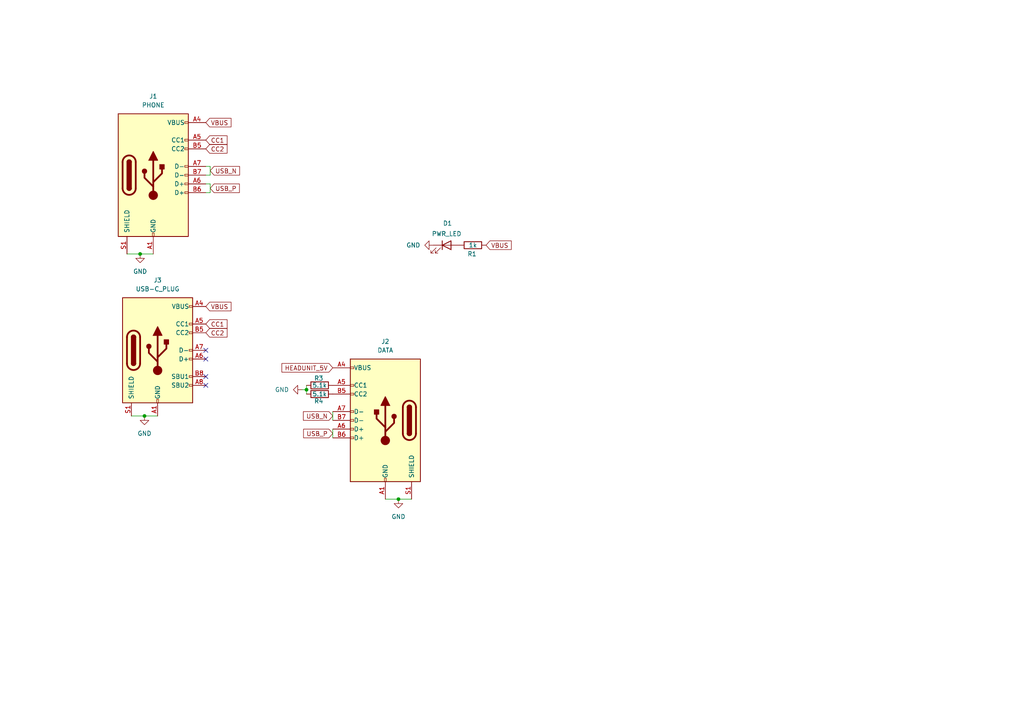
<source format=kicad_sch>
(kicad_sch (version 20231120) (generator "eeschema") (generator_version "8.0")
  (paper "A4")
  (lib_symbols
    (symbol "1_My_Symbols:USB_C_Debug_Plug" (pin_names (offset 1.016))
      (property "Reference" "P" (at -10.16 19.05 0))
      (property "Value" "USB_C_Debug_Plug" (at 12.7 19.05 0))
      (symbol "USB_C_Debug_Plug_0_0"
        (rectangle (start -0.254 -15.24) (end 0.254 -14.224))
        (rectangle (start 10.16 -9.906) (end 9.144 -10.414))
        (rectangle (start 10.16 -7.366) (end 9.144 -7.874))
        (rectangle (start 10.16 -2.286) (end 9.144 -2.794))
        (rectangle (start 10.16 0.254) (end 9.144 -0.254))
        (rectangle (start 10.16 5.334) (end 9.144 4.826))
        (rectangle (start 10.16 7.874) (end 9.144 7.366))
        (rectangle (start 10.16 12.954) (end 9.144 12.446))
        (pin bidirectional line (at 13.97 -10.16 180) (length 3.81) (name "SBU2") (number "A8"))
        (pin bidirectional line (at 13.97 -7.62 180) (length 3.81) (name "SBU1") (number "B8"))
      )
      (symbol "USB_C_Debug_Plug_0_1"
        (rectangle (start -10.16 15.24) (end 10.16 -15.24) (stroke (width 0.254)) (fill (type background)))
        (arc (start -8.89 -3.81) (mid -6.985 -5.7067) (end -5.08 -3.81) (stroke (width 0.508)))
        (arc (start -7.62 -3.81) (mid -6.985 -4.4423) (end -6.35 -3.81) (stroke (width 0.254)))
        (arc (start -7.62 -3.81) (mid -6.985 -4.4423) (end -6.35 -3.81) (stroke (width 0.254)) (fill (type outline)))
        (rectangle (start -7.62 -3.81) (end -6.35 3.81) (stroke (width 0.254)) (fill (type outline)))
        (arc (start -6.35 3.81) (mid -6.985 4.4423) (end -7.62 3.81) (stroke (width 0.254)))
        (arc (start -6.35 3.81) (mid -6.985 4.4423) (end -7.62 3.81) (stroke (width 0.254)) (fill (type outline)))
        (arc (start -5.08 3.81) (mid -6.985 5.7067) (end -8.89 3.81) (stroke (width 0.508)))
        (circle (center -2.54 1.143) (radius 0.635) (stroke (width 0.254)) (fill (type outline)))
        (circle (center 0 -5.842) (radius 1.27) (fill (type outline)))
        (polyline (pts (xy -8.89 -3.81) (xy -8.89 3.81)) (stroke (width 0.508)))
        (polyline (pts (xy -5.08 3.81) (xy -5.08 -3.81)) (stroke (width 0.508)))
        (polyline (pts (xy 0 -5.842) (xy 0 4.318)) (stroke (width 0.508)))
        (polyline (pts (xy 0 -3.302) (xy -2.54 -0.762) (xy -2.54 0.508)) (stroke (width 0.508)))
        (polyline (pts (xy 0 -2.032) (xy 2.54 0.508) (xy 2.54 1.778)) (stroke (width 0.508)))
        (polyline (pts (xy -1.27 4.318) (xy 0 6.858) (xy 1.27 4.318) (xy -1.27 4.318)) (stroke (width 0.254)) (fill (type outline)))
        (rectangle (start 1.905 1.778) (end 3.175 3.048) (stroke (width 0.254)) (fill (type outline)))
      )
      (symbol "USB_C_Debug_Plug_1_1"
        (pin passive line (at 0 -19.05 90) (length 3.81) (name "GND") (number "A1"))
        (pin passive line (at 0 -19.05 90) (length 3.81) hide (name "GND") (number "A12"))
        (pin passive line (at 13.97 12.7 180) (length 3.81) (name "VBUS") (number "A4"))
        (pin bidirectional line (at 13.97 7.62 180) (length 3.81) (name "CC1") (number "A5"))
        (pin bidirectional line (at 13.97 -2.54 180) (length 3.81) (name "D+") (number "A6"))
        (pin bidirectional line (at 13.97 0 180) (length 3.81) (name "D-") (number "A7"))
        (pin passive line (at 13.97 12.7 180) (length 3.81) hide (name "VBUS") (number "A9"))
        (pin passive line (at 0 -19.05 90) (length 3.81) hide (name "GND") (number "B1"))
        (pin passive line (at 0 -19.05 90) (length 3.81) hide (name "GND") (number "B12"))
        (pin passive line (at 13.97 12.7 180) (length 3.81) hide (name "VBUS") (number "B4"))
        (pin bidirectional line (at 13.97 5.08 180) (length 3.81) (name "CC2") (number "B5"))
        (pin passive line (at 13.97 12.7 180) (length 3.81) hide (name "VBUS") (number "B9"))
        (pin passive line (at -7.62 -19.05 90) (length 3.81) (name "SHIELD") (number "S1"))
      )
    )
    (symbol "Connector:USB_C_Receptacle_USB2.0_14P" (pin_names (offset 1.016))
      (property "Reference" "J" (at 0 22.225 0))
      (property "Value" "USB_C_Receptacle_USB2.0_14P" (at 0 19.685 0))
      (symbol "USB_C_Receptacle_USB2.0_14P_0_0"
        (rectangle (start -0.254 -17.78) (end 0.254 -16.764))
        (rectangle (start 10.16 -4.826) (end 9.144 -5.334))
        (rectangle (start 10.16 -2.286) (end 9.144 -2.794))
        (rectangle (start 10.16 0.254) (end 9.144 -0.254))
        (rectangle (start 10.16 2.794) (end 9.144 2.286))
        (rectangle (start 10.16 7.874) (end 9.144 7.366))
        (rectangle (start 10.16 10.414) (end 9.144 9.906))
        (rectangle (start 10.16 15.494) (end 9.144 14.986))
      )
      (symbol "USB_C_Receptacle_USB2.0_14P_0_1"
        (rectangle (start -10.16 17.78) (end 10.16 -17.78) (stroke (width 0.254)) (fill (type background)))
        (arc (start -8.89 -3.81) (mid -6.985 -5.7067) (end -5.08 -3.81) (stroke (width 0.508)))
        (arc (start -7.62 -3.81) (mid -6.985 -4.4423) (end -6.35 -3.81) (stroke (width 0.254)))
        (arc (start -7.62 -3.81) (mid -6.985 -4.4423) (end -6.35 -3.81) (stroke (width 0.254)) (fill (type outline)))
        (rectangle (start -7.62 -3.81) (end -6.35 3.81) (stroke (width 0.254)) (fill (type outline)))
        (arc (start -6.35 3.81) (mid -6.985 4.4423) (end -7.62 3.81) (stroke (width 0.254)))
        (arc (start -6.35 3.81) (mid -6.985 4.4423) (end -7.62 3.81) (stroke (width 0.254)) (fill (type outline)))
        (arc (start -5.08 3.81) (mid -6.985 5.7067) (end -8.89 3.81) (stroke (width 0.508)))
        (circle (center -2.54 1.143) (radius 0.635) (stroke (width 0.254)) (fill (type outline)))
        (circle (center 0 -5.842) (radius 1.27) (fill (type outline)))
        (polyline (pts (xy -8.89 -3.81) (xy -8.89 3.81)) (stroke (width 0.508)))
        (polyline (pts (xy -5.08 3.81) (xy -5.08 -3.81)) (stroke (width 0.508)))
        (polyline (pts (xy 0 -5.842) (xy 0 4.318)) (stroke (width 0.508)))
        (polyline (pts (xy 0 -3.302) (xy -2.54 -0.762) (xy -2.54 0.508)) (stroke (width 0.508)))
        (polyline (pts (xy 0 -2.032) (xy 2.54 0.508) (xy 2.54 1.778)) (stroke (width 0.508)))
        (polyline (pts (xy -1.27 4.318) (xy 0 6.858) (xy 1.27 4.318) (xy -1.27 4.318)) (stroke (width 0.254)) (fill (type outline)))
        (rectangle (start 1.905 1.778) (end 3.175 3.048) (stroke (width 0.254)) (fill (type outline)))
      )
      (symbol "USB_C_Receptacle_USB2.0_14P_1_1"
        (pin passive line (at 0 -22.86 90) (length 5.08) (name "GND") (number "A1"))
        (pin passive line (at 0 -22.86 90) (length 5.08) hide (name "GND") (number "A12"))
        (pin passive line (at 15.24 15.24 180) (length 5.08) (name "VBUS") (number "A4"))
        (pin bidirectional line (at 15.24 10.16 180) (length 5.08) (name "CC1") (number "A5"))
        (pin bidirectional line (at 15.24 -2.54 180) (length 5.08) (name "D+") (number "A6"))
        (pin bidirectional line (at 15.24 2.54 180) (length 5.08) (name "D-") (number "A7"))
        (pin passive line (at 15.24 15.24 180) (length 5.08) hide (name "VBUS") (number "A9"))
        (pin passive line (at 0 -22.86 90) (length 5.08) hide (name "GND") (number "B1"))
        (pin passive line (at 0 -22.86 90) (length 5.08) hide (name "GND") (number "B12"))
        (pin passive line (at 15.24 15.24 180) (length 5.08) hide (name "VBUS") (number "B4"))
        (pin bidirectional line (at 15.24 7.62 180) (length 5.08) (name "CC2") (number "B5"))
        (pin bidirectional line (at 15.24 -5.08 180) (length 5.08) (name "D+") (number "B6"))
        (pin bidirectional line (at 15.24 0 180) (length 5.08) (name "D-") (number "B7"))
        (pin passive line (at 15.24 15.24 180) (length 5.08) hide (name "VBUS") (number "B9"))
        (pin passive line (at -7.62 -22.86 90) (length 5.08) (name "SHIELD") (number "S1"))
      )
    )
    (symbol "Device:LED" (pin_numbers hide) (pin_names (offset 1.016) hide)
      (property "Reference" "D" (at 0 2.54 0))
      (property "Value" "LED" (at 0 -2.54 0))
      (symbol "LED_0_1"
        (polyline (pts (xy -1.27 -1.27) (xy -1.27 1.27)) (stroke (width 0.254)))
        (polyline (pts (xy -1.27 0) (xy 1.27 0)))
        (polyline (pts (xy 1.27 -1.27) (xy 1.27 1.27) (xy -1.27 0) (xy 1.27 -1.27)) (stroke (width 0.254)))
        (polyline (pts (xy -3.048 -0.762) (xy -4.572 -2.286) (xy -3.81 -2.286) (xy -4.572 -2.286) (xy -4.572 -1.524)))
        (polyline (pts (xy -1.778 -0.762) (xy -3.302 -2.286) (xy -2.54 -2.286) (xy -3.302 -2.286) (xy -3.302 -1.524)))
      )
      (symbol "LED_1_1"
        (pin passive line (at -3.81 0 0) (length 2.54) (name "K") (number "1"))
        (pin passive line (at 3.81 0 180) (length 2.54) (name "A") (number "2"))
      )
    )
    (symbol "Device:R" (pin_numbers hide) (pin_names (offset 0))
      (property "Reference" "R" (at 2.032 0 90))
      (property "Value" "R" (at 0 0 90))
      (symbol "R_0_1"
        (rectangle (start -1.016 -2.54) (end 1.016 2.54) (stroke (width 0.254)))
      )
      (symbol "R_1_1"
        (pin passive line (at 0 3.81 270) (length 1.27) (name "~") (number "1"))
        (pin passive line (at 0 -3.81 90) (length 1.27) (name "~") (number "2"))
      )
    )
    (symbol "power:GND" (power) (pin_numbers hide) (pin_names (offset 0) hide)
      (property "Value" "GND" (at 0 -3.81 0))
      (symbol "GND_0_1"
        (polyline (pts (xy 0 0) (xy 0 -1.27) (xy 1.27 -1.27) (xy 0 -2.54) (xy -1.27 -1.27) (xy 0 -1.27)))
      )
      (symbol "GND_1_1"
        (pin power_in line (at 0 0 270) (length 0) (name "~") (number "1"))
      )
    )
  )
  (junction (at 40.64 73.66))
  (junction (at 88.9 113.03))
  (junction (at 41.91 120.65))
  (junction (at 115.57 144.78))
  (no_connect (at 59.69 109.22))
  (no_connect (at 59.69 104.14))
  (no_connect (at 59.69 111.76))
  (no_connect (at 59.69 101.6))
  (wire (pts (xy 59.69 48.26) (xy 60.96 48.26)))
  (wire (pts (xy 60.96 53.34) (xy 60.96 55.88)))
  (wire (pts (xy 60.96 50.8) (xy 59.69 50.8)))
  (wire (pts (xy 88.9 113.03) (xy 88.9 114.3)))
  (wire (pts (xy 87.63 113.03) (xy 88.9 113.03)))
  (wire (pts (xy 111.76 144.78) (xy 115.57 144.78)))
  (wire (pts (xy 115.57 144.78) (xy 119.38 144.78)))
  (wire (pts (xy 40.64 73.66) (xy 44.45 73.66)))
  (wire (pts (xy 96.52 124.46) (xy 96.52 127)))
  (wire (pts (xy 60.96 55.88) (xy 59.69 55.88)))
  (wire (pts (xy 59.69 53.34) (xy 60.96 53.34)))
  (wire (pts (xy 36.83 73.66) (xy 40.64 73.66)))
  (wire (pts (xy 60.96 48.26) (xy 60.96 50.8)))
  (wire (pts (xy 96.52 119.38) (xy 96.52 121.92)))
  (wire (pts (xy 41.91 120.65) (xy 45.72 120.65)))
  (wire (pts (xy 38.1 120.65) (xy 41.91 120.65)))
  (wire (pts (xy 88.9 111.76) (xy 88.9 113.03)))
  (global_label "HEADUNIT_5V" (shape input) (at 96.52 106.68 180) (property "Intersheetrefs" "${INTERSHEET_REFS}" (effects (hide yes))))
  (global_label "USB_N" (shape input) (at 60.96 49.53 0) (property "Intersheetrefs" "${INTERSHEET_REFS}" (effects (hide yes))))
  (global_label "USB_P" (shape input) (at 96.52 125.73 180) (property "Intersheetrefs" "${INTERSHEET_REFS}" (effects (hide yes))))
  (global_label "VBUS" (shape input) (at 59.69 88.9 0) (property "Intersheetrefs" "${INTERSHEET_REFS}" (effects (hide yes))))
  (global_label "CC2" (shape input) (at 59.69 43.18 0) (property "Intersheetrefs" "${INTERSHEET_REFS}" (effects (hide yes))))
  (global_label "VBUS" (shape input) (at 59.69 35.56 0) (property "Intersheetrefs" "${INTERSHEET_REFS}" (effects (hide yes))))
  (global_label "VBUS" (shape input) (at 140.97 71.12 0) (property "Intersheetrefs" "${INTERSHEET_REFS}" (effects (hide yes))))
  (global_label "CC1" (shape input) (at 59.69 93.98 0) (property "Intersheetrefs" "${INTERSHEET_REFS}" (effects (hide yes))))
  (global_label "USB_P" (shape input) (at 60.96 54.61 0) (property "Intersheetrefs" "${INTERSHEET_REFS}" (effects (hide yes))))
  (global_label "CC1" (shape input) (at 59.69 40.64 0) (property "Intersheetrefs" "${INTERSHEET_REFS}" (effects (hide yes))))
  (global_label "CC2" (shape input) (at 59.69 96.52 0) (property "Intersheetrefs" "${INTERSHEET_REFS}" (effects (hide yes))))
  (global_label "USB_N" (shape input) (at 96.52 120.65 180) (property "Intersheetrefs" "${INTERSHEET_REFS}" (effects (hide yes))))
  (symbol (lib_id "Device:R") (at 92.71 111.76 90) (unit 1)
    (property "Reference" "R3" (at 92.456 109.728 90))
    (property "Value" "5.1k" (at 92.71 111.76 90))
    (property "Footprint" "Resistor_SMD:R_0402_1005Metric" (effects (hide yes)))
    (property "Description" "Resistor" (effects (hide yes)))
  )
  (symbol (lib_id "power:GND") (at 40.64 73.66 0) (unit 1)
    (property "Reference" "#PWR02" (effects (hide yes)))
    (property "Value" "GND" (at 40.64 78.74 0))
    (property "Description" "Power symbol creates a global label with name \"GND\" , ground" (effects (hide yes)))
  )
  (symbol (lib_id "power:GND") (at 41.91 120.65 0) (unit 1)
    (property "Reference" "#PWR01" (effects (hide yes)))
    (property "Value" "GND" (at 41.91 125.73 0))
    (property "Description" "Power symbol creates a global label with name \"GND\" , ground" (effects (hide yes)))
  )
  (symbol (lib_id "power:GND") (at 125.73 71.12 270) (unit 1)
    (property "Reference" "#PWR04" (effects (hide yes)))
    (property "Value" "GND" (at 121.92 71.1199 90) (effects (justify right)))
    (property "Description" "Power symbol creates a global label with name \"GND\" , ground" (effects (hide yes)))
  )
  (symbol (lib_id "Connector:USB_C_Receptacle_USB2.0_14P") (at 44.45 50.8 0) (unit 1)
    (property "Reference" "J1" (at 44.45 27.94 0))
    (property "Value" "PHONE" (at 44.45 30.48 0))
    (property "Footprint" "Connector_USB:USB_C_Receptacle_HRO_TYPE-C-31-M-12" (effects (hide yes)))
    (property "Datasheet" "https://www.usb.org/sites/default/files/documents/usb_type-c.zip" (effects (hide yes)))
    (property "Description" "USB 2.0-only 14P Type-C Receptacle connector" (effects (hide yes)))
  )
  (symbol (lib_id "Device:R") (at 137.16 71.12 90) (unit 1)
    (property "Reference" "R1" (at 136.906 73.66 90))
    (property "Value" "1k" (at 137.16 71.12 90))
    (property "Footprint" "Resistor_SMD:R_0603_1608Metric" (effects (hide yes)))
    (property "Description" "Resistor" (effects (hide yes)))
  )
  (symbol (lib_id "1_My_Symbols:USB_C_Debug_Plug") (at 45.72 101.6 0) (unit 1)
    (property "Reference" "J3" (at 45.72 81.28 0))
    (property "Value" "USB-C_PLUG" (at 45.72 83.82 0))
    (property "Footprint" "Connector_USB:USB_C_Plug_Molex_105444" (effects (hide yes)))
  )
  (symbol (lib_id "power:GND") (at 87.63 113.03 270) (unit 1)
    (property "Reference" "#PWR07" (effects (hide yes)))
    (property "Value" "GND" (at 83.82 113.0299 90) (effects (justify right)))
    (property "Description" "Power symbol creates a global label with name \"GND\" , ground" (effects (hide yes)))
  )
  (symbol (lib_id "Connector:USB_C_Receptacle_USB2.0_14P") (at 111.76 121.92 0) (mirror y) (unit 1)
    (property "Reference" "J2" (at 111.76 99.06 0))
    (property "Value" "DATA" (at 111.76 101.6 0))
    (property "Footprint" "Connector_USB:USB_C_Receptacle_HRO_TYPE-C-31-M-12" (effects (hide yes)))
    (property "Datasheet" "https://www.usb.org/sites/default/files/documents/usb_type-c.zip" (effects (hide yes)))
    (property "Description" "USB 2.0-only 14P Type-C Receptacle connector" (effects (hide yes)))
  )
  (symbol (lib_id "power:GND") (at 115.57 144.78 0) (unit 1)
    (property "Reference" "#PWR03" (effects (hide yes)))
    (property "Value" "GND" (at 115.57 149.86 0))
    (property "Description" "Power symbol creates a global label with name \"GND\" , ground" (effects (hide yes)))
  )
  (symbol (lib_id "Device:LED") (at 129.54 71.12 0) (unit 1)
    (property "Reference" "D1" (at 129.794 64.77 0))
    (property "Value" "PWR_LED" (at 129.54 67.818 0))
    (property "Footprint" "LED_SMD:LED_0603_1608Metric" (effects (hide yes)))
    (property "Description" "Light emitting diode" (effects (hide yes)))
  )
  (symbol (lib_id "Device:R") (at 92.71 114.3 90) (unit 1)
    (property "Reference" "R4" (at 92.456 116.332 90))
    (property "Value" "5.1k" (at 92.71 114.3 90))
    (property "Footprint" "Resistor_SMD:R_0402_1005Metric" (effects (hide yes)))
    (property "Description" "Resistor" (effects (hide yes)))
  )
)
</source>
